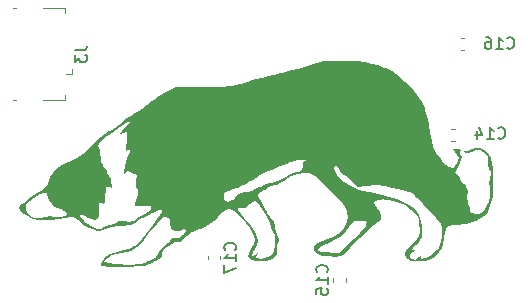
<source format=gbr>
%TF.GenerationSoftware,KiCad,Pcbnew,6.0.7-f9a2dced07~116~ubuntu22.04.1*%
%TF.CreationDate,2022-08-22T18:57:46+02:00*%
%TF.ProjectId,First,46697273-742e-46b6-9963-61645f706362,rev?*%
%TF.SameCoordinates,Original*%
%TF.FileFunction,Legend,Bot*%
%TF.FilePolarity,Positive*%
%FSLAX46Y46*%
G04 Gerber Fmt 4.6, Leading zero omitted, Abs format (unit mm)*
G04 Created by KiCad (PCBNEW 6.0.7-f9a2dced07~116~ubuntu22.04.1) date 2022-08-22 18:57:46*
%MOMM*%
%LPD*%
G01*
G04 APERTURE LIST*
%ADD10C,0.150000*%
%ADD11C,0.120000*%
G04 APERTURE END LIST*
D10*
%TO.C,C17*%
X113757142Y-71057142D02*
X113804761Y-71009523D01*
X113852380Y-70866666D01*
X113852380Y-70771428D01*
X113804761Y-70628571D01*
X113709523Y-70533333D01*
X113614285Y-70485714D01*
X113423809Y-70438095D01*
X113280952Y-70438095D01*
X113090476Y-70485714D01*
X112995238Y-70533333D01*
X112900000Y-70628571D01*
X112852380Y-70771428D01*
X112852380Y-70866666D01*
X112900000Y-71009523D01*
X112947619Y-71057142D01*
X113852380Y-72009523D02*
X113852380Y-71438095D01*
X113852380Y-71723809D02*
X112852380Y-71723809D01*
X112995238Y-71628571D01*
X113090476Y-71533333D01*
X113138095Y-71438095D01*
X112852380Y-72342857D02*
X112852380Y-73009523D01*
X113852380Y-72580952D01*
%TO.C,C15*%
X121527142Y-72957142D02*
X121574761Y-72909523D01*
X121622380Y-72766666D01*
X121622380Y-72671428D01*
X121574761Y-72528571D01*
X121479523Y-72433333D01*
X121384285Y-72385714D01*
X121193809Y-72338095D01*
X121050952Y-72338095D01*
X120860476Y-72385714D01*
X120765238Y-72433333D01*
X120670000Y-72528571D01*
X120622380Y-72671428D01*
X120622380Y-72766666D01*
X120670000Y-72909523D01*
X120717619Y-72957142D01*
X121622380Y-73909523D02*
X121622380Y-73338095D01*
X121622380Y-73623809D02*
X120622380Y-73623809D01*
X120765238Y-73528571D01*
X120860476Y-73433333D01*
X120908095Y-73338095D01*
X120622380Y-74814285D02*
X120622380Y-74338095D01*
X121098571Y-74290476D01*
X121050952Y-74338095D01*
X121003333Y-74433333D01*
X121003333Y-74671428D01*
X121050952Y-74766666D01*
X121098571Y-74814285D01*
X121193809Y-74861904D01*
X121431904Y-74861904D01*
X121527142Y-74814285D01*
X121574761Y-74766666D01*
X121622380Y-74671428D01*
X121622380Y-74433333D01*
X121574761Y-74338095D01*
X121527142Y-74290476D01*
%TO.C,J3*%
X100182880Y-54151766D02*
X100897166Y-54151766D01*
X101040023Y-54104147D01*
X101135261Y-54008909D01*
X101182880Y-53866052D01*
X101182880Y-53770814D01*
X100182880Y-54532719D02*
X100182880Y-55151766D01*
X100563833Y-54818433D01*
X100563833Y-54961290D01*
X100611452Y-55056528D01*
X100659071Y-55104147D01*
X100754309Y-55151766D01*
X100992404Y-55151766D01*
X101087642Y-55104147D01*
X101135261Y-55056528D01*
X101182880Y-54961290D01*
X101182880Y-54675576D01*
X101135261Y-54580338D01*
X101087642Y-54532719D01*
%TO.C,C14*%
X136024857Y-61571142D02*
X136072476Y-61618761D01*
X136215333Y-61666380D01*
X136310571Y-61666380D01*
X136453428Y-61618761D01*
X136548666Y-61523523D01*
X136596285Y-61428285D01*
X136643904Y-61237809D01*
X136643904Y-61094952D01*
X136596285Y-60904476D01*
X136548666Y-60809238D01*
X136453428Y-60714000D01*
X136310571Y-60666380D01*
X136215333Y-60666380D01*
X136072476Y-60714000D01*
X136024857Y-60761619D01*
X135072476Y-61666380D02*
X135643904Y-61666380D01*
X135358190Y-61666380D02*
X135358190Y-60666380D01*
X135453428Y-60809238D01*
X135548666Y-60904476D01*
X135643904Y-60952095D01*
X134215333Y-60999714D02*
X134215333Y-61666380D01*
X134453428Y-60618761D02*
X134691523Y-61333047D01*
X134072476Y-61333047D01*
%TO.C,C16*%
X136786857Y-53951142D02*
X136834476Y-53998761D01*
X136977333Y-54046380D01*
X137072571Y-54046380D01*
X137215428Y-53998761D01*
X137310666Y-53903523D01*
X137358285Y-53808285D01*
X137405904Y-53617809D01*
X137405904Y-53474952D01*
X137358285Y-53284476D01*
X137310666Y-53189238D01*
X137215428Y-53094000D01*
X137072571Y-53046380D01*
X136977333Y-53046380D01*
X136834476Y-53094000D01*
X136786857Y-53141619D01*
X135834476Y-54046380D02*
X136405904Y-54046380D01*
X136120190Y-54046380D02*
X136120190Y-53046380D01*
X136215428Y-53189238D01*
X136310666Y-53284476D01*
X136405904Y-53332095D01*
X134977333Y-53046380D02*
X135167809Y-53046380D01*
X135263047Y-53094000D01*
X135310666Y-53141619D01*
X135405904Y-53284476D01*
X135453523Y-53474952D01*
X135453523Y-53855904D01*
X135405904Y-53951142D01*
X135358285Y-53998761D01*
X135263047Y-54046380D01*
X135072571Y-54046380D01*
X134977333Y-53998761D01*
X134929714Y-53951142D01*
X134882095Y-53855904D01*
X134882095Y-53617809D01*
X134929714Y-53522571D01*
X134977333Y-53474952D01*
X135072571Y-53427333D01*
X135263047Y-53427333D01*
X135358285Y-53474952D01*
X135405904Y-53522571D01*
X135453523Y-53617809D01*
%TO.C,G\u002A\u002A\u002A*%
G36*
X131530953Y-69629226D02*
G01*
X131477550Y-69980992D01*
X131468318Y-70054810D01*
X131380086Y-70553367D01*
X131251010Y-70932039D01*
X131061758Y-71233761D01*
X130793001Y-71501471D01*
X130528419Y-71705604D01*
X130164878Y-71902887D01*
X129770380Y-72000579D01*
X129280371Y-72020842D01*
X129057174Y-72011982D01*
X128648857Y-71956118D01*
X128379034Y-71842864D01*
X128230072Y-71662305D01*
X128184336Y-71404525D01*
X128187844Y-71318872D01*
X128223450Y-71168860D01*
X128316468Y-71010665D01*
X128490037Y-70809615D01*
X128767296Y-70531040D01*
X128857041Y-70442549D01*
X129151804Y-70124742D01*
X129333462Y-69851338D01*
X129418763Y-69574572D01*
X129424455Y-69246675D01*
X129367288Y-68819883D01*
X129357611Y-68763202D01*
X129292860Y-68451418D01*
X129206519Y-68227620D01*
X129064040Y-68024489D01*
X128830872Y-67774708D01*
X128687430Y-67636959D01*
X128346133Y-67376734D01*
X127947814Y-67170394D01*
X127455040Y-67000638D01*
X126830378Y-66850165D01*
X126525355Y-66792058D01*
X126284481Y-66769253D01*
X126083434Y-66790769D01*
X125857066Y-66857068D01*
X125732114Y-66902730D01*
X125547912Y-66985597D01*
X125475824Y-67042792D01*
X125503046Y-67099614D01*
X125611462Y-67259017D01*
X125774175Y-67472631D01*
X126023663Y-67842378D01*
X126130287Y-68165683D01*
X126079648Y-68445820D01*
X125868468Y-68699988D01*
X125831937Y-68723894D01*
X125493468Y-68945390D01*
X125146104Y-69180603D01*
X124733827Y-69632697D01*
X124568266Y-69841912D01*
X124331703Y-70083972D01*
X124123530Y-70240974D01*
X123927430Y-70386556D01*
X123685343Y-70623251D01*
X123453781Y-70897162D01*
X123448412Y-70904235D01*
X123172634Y-71231267D01*
X122907021Y-71447003D01*
X122607846Y-71569487D01*
X122231377Y-71616766D01*
X121733884Y-71606883D01*
X121692261Y-71604396D01*
X121145531Y-71539413D01*
X120753914Y-71421408D01*
X120511165Y-71247586D01*
X120418645Y-71032809D01*
X120754562Y-71032809D01*
X120822405Y-71146940D01*
X121048873Y-71224434D01*
X121435867Y-71259673D01*
X121679401Y-71270287D01*
X121974134Y-71294146D01*
X122173002Y-71323427D01*
X122267914Y-71337493D01*
X122587824Y-71275176D01*
X122923016Y-71053113D01*
X123264073Y-70676883D01*
X123452598Y-70446999D01*
X123660791Y-70231334D01*
X123820778Y-70105725D01*
X123895716Y-70056310D01*
X124108504Y-69866866D01*
X124360133Y-69598629D01*
X124612489Y-69293684D01*
X124827460Y-68994116D01*
X124886174Y-68885588D01*
X124894614Y-68723894D01*
X124754655Y-68624542D01*
X124459002Y-68579317D01*
X124141842Y-68566084D01*
X123897506Y-68584020D01*
X123727596Y-68660141D01*
X123581933Y-68818569D01*
X123410338Y-69083427D01*
X123154806Y-69452877D01*
X122771118Y-69853500D01*
X122305545Y-70169359D01*
X121714724Y-70435019D01*
X121483789Y-70526781D01*
X121087154Y-70717111D01*
X120843445Y-70887660D01*
X120754562Y-71032809D01*
X120418645Y-71032809D01*
X120411040Y-71015155D01*
X120408111Y-70920939D01*
X120469890Y-70735107D01*
X120641440Y-70568698D01*
X120941923Y-70406413D01*
X121390496Y-70232950D01*
X121398028Y-70230322D01*
X122071994Y-69936599D01*
X122603413Y-69579341D01*
X122986769Y-69164502D01*
X123216548Y-68698033D01*
X123287234Y-68185886D01*
X123273166Y-67981224D01*
X123215158Y-67717578D01*
X123099157Y-67452326D01*
X122910682Y-67164184D01*
X122635251Y-66831869D01*
X122258381Y-66434096D01*
X121765591Y-65949584D01*
X121392775Y-65593486D01*
X121050265Y-65271770D01*
X120761944Y-65006475D01*
X120550178Y-64818180D01*
X120437336Y-64727466D01*
X120329241Y-64669046D01*
X120018507Y-64581845D01*
X119617395Y-64572277D01*
X119094819Y-64638275D01*
X118769052Y-64702923D01*
X118492773Y-64791296D01*
X118252751Y-64925062D01*
X117978186Y-65135764D01*
X117860850Y-65230131D01*
X117590061Y-65416734D01*
X117341827Y-65522088D01*
X117048885Y-65578219D01*
X116859007Y-65607547D01*
X116677868Y-65652282D01*
X116621833Y-65692429D01*
X116585124Y-65747425D01*
X116433376Y-65858587D01*
X116200161Y-65995907D01*
X115992128Y-66118286D01*
X115792843Y-66260024D01*
X115698264Y-66360969D01*
X115715485Y-66454717D01*
X115800234Y-66664351D01*
X115935189Y-66948979D01*
X116100723Y-67271629D01*
X116277209Y-67595327D01*
X116445020Y-67883099D01*
X116584527Y-68097973D01*
X116676104Y-68202976D01*
X116749404Y-68264875D01*
X116895783Y-68457639D01*
X117029374Y-68700406D01*
X117119030Y-68932553D01*
X117133604Y-69093455D01*
X117128127Y-69188293D01*
X117184021Y-69430075D01*
X117308975Y-69739856D01*
X117398740Y-69936382D01*
X117443670Y-70061986D01*
X117471974Y-70141112D01*
X117477772Y-70277994D01*
X117424681Y-70395462D01*
X117397150Y-70451281D01*
X117343737Y-70693375D01*
X117334146Y-71004421D01*
X117336306Y-71063977D01*
X117297800Y-71426118D01*
X117151021Y-71685025D01*
X116877309Y-71861390D01*
X116458002Y-71975904D01*
X116432632Y-71980421D01*
X115939080Y-72030392D01*
X115515259Y-72002978D01*
X115184119Y-71904816D01*
X114968606Y-71742544D01*
X114891669Y-71522801D01*
X114891707Y-71520094D01*
X114933806Y-71363618D01*
X115040030Y-71115892D01*
X115188002Y-70829287D01*
X115196358Y-70814299D01*
X115341636Y-70536980D01*
X115444627Y-70309754D01*
X115483509Y-70180530D01*
X115478560Y-70118596D01*
X115396557Y-69856015D01*
X115228921Y-69535996D01*
X114995351Y-69180740D01*
X114715548Y-68812449D01*
X114409212Y-68453325D01*
X114096044Y-68125568D01*
X113795745Y-67851380D01*
X113528013Y-67652963D01*
X113339604Y-67565129D01*
X113981257Y-67565129D01*
X113983497Y-67644883D01*
X114064185Y-67783244D01*
X114236681Y-68000988D01*
X114514342Y-68318895D01*
X114659140Y-68483409D01*
X115111060Y-69041443D01*
X115428803Y-69523936D01*
X115617563Y-69945537D01*
X115682535Y-70320896D01*
X115628912Y-70664663D01*
X115461888Y-70991487D01*
X115393434Y-71098539D01*
X115276556Y-71327495D01*
X115230336Y-71493079D01*
X115239144Y-71596125D01*
X115291580Y-71592106D01*
X115426293Y-71473425D01*
X115574775Y-71350818D01*
X115684410Y-71294388D01*
X115707036Y-71327624D01*
X115616164Y-71453331D01*
X115531880Y-71584719D01*
X115523372Y-71707331D01*
X115531035Y-71717482D01*
X115672928Y-71775033D01*
X115916923Y-71786771D01*
X116209131Y-71754264D01*
X116495664Y-71679077D01*
X116542878Y-71660905D01*
X116864261Y-71449195D01*
X117065927Y-71122978D01*
X117152270Y-70675538D01*
X117168998Y-70352945D01*
X117172231Y-70061986D01*
X117150174Y-69864069D01*
X117097270Y-69716919D01*
X117007957Y-69578261D01*
X116890176Y-69347642D01*
X116839002Y-69100562D01*
X116830158Y-69036271D01*
X116743770Y-68799623D01*
X116577834Y-68466732D01*
X116347803Y-68065222D01*
X116069130Y-67622717D01*
X115757268Y-67166844D01*
X115709767Y-67101000D01*
X115590749Y-66968513D01*
X115474731Y-66946404D01*
X115291912Y-67011348D01*
X115287464Y-67013235D01*
X115031128Y-67159677D01*
X114808052Y-67339491D01*
X114796100Y-67349125D01*
X114736871Y-67405398D01*
X114549945Y-67521318D01*
X114357459Y-67518147D01*
X114190095Y-67500505D01*
X114011655Y-67536962D01*
X113981257Y-67565129D01*
X113339604Y-67565129D01*
X113312550Y-67552517D01*
X113169056Y-67572245D01*
X113150777Y-67586838D01*
X112992542Y-67688916D01*
X112775002Y-67809297D01*
X112746453Y-67824908D01*
X112513772Y-68010284D01*
X112347235Y-68233502D01*
X112258065Y-68368053D01*
X111997911Y-68607224D01*
X111585235Y-68880253D01*
X111472469Y-68946258D01*
X111185088Y-69104441D01*
X110959137Y-69214711D01*
X110835839Y-69256377D01*
X110795043Y-69261296D01*
X110602313Y-69323008D01*
X110547214Y-69346875D01*
X110346196Y-69433950D01*
X110082141Y-69566852D01*
X109865595Y-69694442D01*
X109752003Y-69789449D01*
X109703172Y-69847408D01*
X109543123Y-69997159D01*
X109327952Y-70174429D01*
X109260888Y-70225874D01*
X109060614Y-70359217D01*
X108921722Y-70397517D01*
X108795064Y-70357676D01*
X108670485Y-70315664D01*
X108546399Y-70361666D01*
X108376979Y-70522362D01*
X108321474Y-70578485D01*
X108141316Y-70723293D01*
X108005748Y-70781333D01*
X108000845Y-70781374D01*
X107801960Y-70861183D01*
X107662728Y-71066864D01*
X107610223Y-71358880D01*
X107608300Y-71457210D01*
X107582399Y-71590127D01*
X107500264Y-71695343D01*
X107329753Y-71806512D01*
X107038723Y-71957292D01*
X107020672Y-71966358D01*
X106710119Y-72122493D01*
X106435958Y-72260597D01*
X106255669Y-72351718D01*
X106123072Y-72390201D01*
X105864153Y-72422326D01*
X105473025Y-72445351D01*
X104937362Y-72459982D01*
X104244836Y-72466925D01*
X103927557Y-72468256D01*
X103373778Y-72468243D01*
X102964681Y-72459673D01*
X102683529Y-72436816D01*
X102513591Y-72393946D01*
X102438130Y-72325334D01*
X102440414Y-72225252D01*
X102501082Y-72093666D01*
X102684189Y-72093666D01*
X103263429Y-72189733D01*
X103543459Y-72229327D01*
X104037334Y-72274176D01*
X104550240Y-72295846D01*
X105044769Y-72294748D01*
X105483511Y-72271298D01*
X105829058Y-72225909D01*
X106044002Y-72158993D01*
X106109291Y-72124156D01*
X106382479Y-71998954D01*
X106677035Y-71885207D01*
X106789459Y-71844190D01*
X106965109Y-71754115D01*
X107098873Y-71622347D01*
X107224473Y-71409911D01*
X107375633Y-71077833D01*
X107532839Y-70861746D01*
X107807817Y-70672212D01*
X107858866Y-70645981D01*
X108100825Y-70469666D01*
X108272423Y-70267346D01*
X108370922Y-70118078D01*
X108499114Y-70047701D01*
X108711182Y-70063029D01*
X108812683Y-70076356D01*
X108975330Y-70062322D01*
X109129977Y-69971383D01*
X109334735Y-69776872D01*
X109437719Y-69666470D01*
X109585582Y-69462082D01*
X109589535Y-69346875D01*
X109449520Y-69320713D01*
X109165478Y-69383464D01*
X109063598Y-69411733D01*
X108712284Y-69454085D01*
X108471332Y-69370969D01*
X108332207Y-69156780D01*
X108286373Y-68805908D01*
X108286277Y-68793189D01*
X108252348Y-68521821D01*
X108136947Y-68368632D01*
X107909091Y-68291368D01*
X107830194Y-68281209D01*
X107681111Y-68303551D01*
X107521746Y-68407392D01*
X107304703Y-68618379D01*
X107106525Y-68837172D01*
X106832017Y-69164495D01*
X106583481Y-69483677D01*
X106415049Y-69710130D01*
X106056542Y-70175110D01*
X105753680Y-70527992D01*
X105479168Y-70789161D01*
X105205706Y-70979004D01*
X104905997Y-71117907D01*
X104552743Y-71226256D01*
X104118647Y-71324438D01*
X103690398Y-71418294D01*
X103378417Y-71504752D01*
X103162296Y-71595977D01*
X103005723Y-71707414D01*
X102872381Y-71854510D01*
X102684189Y-72093666D01*
X102501082Y-72093666D01*
X102503707Y-72087972D01*
X102611277Y-71907766D01*
X102639213Y-71863108D01*
X102779281Y-71680055D01*
X102953566Y-71535818D01*
X103195096Y-71412755D01*
X103536898Y-71293224D01*
X104012002Y-71159584D01*
X104374637Y-71063786D01*
X104716428Y-70967631D01*
X104988329Y-70872070D01*
X105215628Y-70758286D01*
X105423614Y-70607457D01*
X105637575Y-70400767D01*
X105882800Y-70119396D01*
X106184577Y-69744524D01*
X106568195Y-69257333D01*
X106812804Y-68944505D01*
X107174415Y-68466578D01*
X107424691Y-68105333D01*
X107563795Y-67853861D01*
X107591884Y-67705248D01*
X107509120Y-67652582D01*
X107315663Y-67688953D01*
X107011674Y-67807447D01*
X106597311Y-68001154D01*
X106477356Y-68060706D01*
X106092764Y-68263057D01*
X105732454Y-68467376D01*
X105461236Y-68637369D01*
X105289323Y-68752891D01*
X105102995Y-68860812D01*
X104918545Y-68931825D01*
X104693220Y-68977205D01*
X104384267Y-69008226D01*
X103948932Y-69036161D01*
X103817320Y-69045148D01*
X103241579Y-69124283D01*
X102805932Y-69261964D01*
X102703711Y-69306426D01*
X102338903Y-69419504D01*
X102030773Y-69418738D01*
X101726002Y-69306318D01*
X101717198Y-69301760D01*
X101504848Y-69211008D01*
X101344543Y-69173188D01*
X101268731Y-69148168D01*
X101089200Y-69032701D01*
X100877502Y-68855166D01*
X100756268Y-68748157D01*
X100475728Y-68531566D01*
X100223753Y-68371301D01*
X100049799Y-68285468D01*
X99898986Y-68248216D01*
X99726459Y-68270502D01*
X99463127Y-68350431D01*
X99328862Y-68388591D01*
X98831978Y-68469596D01*
X98212336Y-68499221D01*
X98053103Y-68499981D01*
X97653654Y-68502716D01*
X97299857Y-68506199D01*
X97053552Y-68509862D01*
X96752510Y-68477405D01*
X96450396Y-68358104D01*
X96222457Y-68211413D01*
X95903444Y-67999008D01*
X95694495Y-67843659D01*
X95573108Y-67725484D01*
X95516778Y-67624603D01*
X95516253Y-67620661D01*
X96058587Y-67620661D01*
X96115769Y-67849388D01*
X96280260Y-68061256D01*
X96310993Y-68091093D01*
X96546547Y-68260514D01*
X96783212Y-68357675D01*
X97002945Y-68392790D01*
X97345179Y-68388321D01*
X97705293Y-68289129D01*
X97746481Y-68274909D01*
X98076349Y-68220430D01*
X98503706Y-68247528D01*
X98708302Y-68269979D01*
X99030208Y-68266427D01*
X99293372Y-68194970D01*
X99327190Y-68180527D01*
X99363547Y-68160736D01*
X100592322Y-68160736D01*
X100688838Y-68250814D01*
X100828342Y-68378886D01*
X100963076Y-68578207D01*
X101106317Y-68766146D01*
X101280574Y-68882287D01*
X101317539Y-68895494D01*
X101530516Y-68998772D01*
X101766823Y-69142287D01*
X101885058Y-69221080D01*
X102043253Y-69303834D01*
X102187792Y-69316090D01*
X102374033Y-69256757D01*
X102657336Y-69124744D01*
X102831441Y-69045047D01*
X103057317Y-68955176D01*
X103191148Y-68919756D01*
X103246619Y-68910251D01*
X103437162Y-68847465D01*
X103681653Y-68745544D01*
X103953840Y-68643346D01*
X104219919Y-68607535D01*
X104561786Y-68629002D01*
X104820136Y-68652889D01*
X105023337Y-68642186D01*
X105188080Y-68574362D01*
X105383614Y-68432893D01*
X105476370Y-68364445D01*
X105790805Y-68166623D01*
X106107846Y-68003710D01*
X106373677Y-67849726D01*
X106598507Y-67608035D01*
X106679002Y-67339491D01*
X106674386Y-67334371D01*
X106562586Y-67317315D01*
X106331846Y-67309088D01*
X106022836Y-67311429D01*
X105955382Y-67313029D01*
X105645793Y-67318910D01*
X105413467Y-67320977D01*
X105304405Y-67318760D01*
X105293700Y-67278086D01*
X105328147Y-67119443D01*
X105410238Y-66883532D01*
X105484796Y-66666932D01*
X105541892Y-66412935D01*
X112806541Y-66412935D01*
X112807411Y-66541941D01*
X112812591Y-66703336D01*
X112861241Y-66853975D01*
X112979786Y-66921704D01*
X113080438Y-66947811D01*
X113192021Y-66957863D01*
X113312899Y-66918951D01*
X113513913Y-66817215D01*
X113550303Y-66797361D01*
X113719345Y-66675344D01*
X113789080Y-66571118D01*
X113814642Y-66490965D01*
X113976206Y-66351993D01*
X114260600Y-66236956D01*
X114637669Y-66160449D01*
X114799551Y-66132172D01*
X115153931Y-66031220D01*
X115449441Y-65901387D01*
X115554792Y-65843705D01*
X115777737Y-65741716D01*
X115925907Y-65701333D01*
X116006603Y-65684094D01*
X116158225Y-65578482D01*
X116204082Y-65540813D01*
X116397088Y-65457169D01*
X116655426Y-65397106D01*
X116919700Y-65349782D01*
X117539280Y-65154008D01*
X118036568Y-64854498D01*
X118166297Y-64765399D01*
X118510099Y-64596529D01*
X118904401Y-64466563D01*
X119072277Y-64422758D01*
X119319398Y-64334782D01*
X119447008Y-64219704D01*
X119455880Y-64179031D01*
X122126254Y-64179031D01*
X122190036Y-64405448D01*
X122370655Y-64717272D01*
X122533916Y-64929191D01*
X122978964Y-65327249D01*
X123555036Y-65668579D01*
X124239403Y-65940991D01*
X125009336Y-66132298D01*
X125225744Y-66174769D01*
X125498886Y-66236061D01*
X125833349Y-66318936D01*
X126254428Y-66429902D01*
X126787418Y-66575465D01*
X127457616Y-66762135D01*
X127484404Y-66770012D01*
X127775384Y-66881968D01*
X128128599Y-67050586D01*
X128473616Y-67242559D01*
X128772676Y-67434013D01*
X128998799Y-67616632D01*
X129161530Y-67814547D01*
X129307599Y-68074368D01*
X129333376Y-68127754D01*
X129497169Y-68587816D01*
X129591942Y-69087164D01*
X129610110Y-69565268D01*
X129544086Y-69961596D01*
X129488536Y-70084714D01*
X129306747Y-70348768D01*
X129067428Y-70599511D01*
X128995026Y-70663681D01*
X128791854Y-70856026D01*
X128711095Y-70968907D01*
X128744254Y-71022444D01*
X128882836Y-71036759D01*
X128903034Y-71037012D01*
X128994964Y-71050538D01*
X128963836Y-71101641D01*
X128798169Y-71214407D01*
X128664589Y-71316778D01*
X128538498Y-71503970D01*
X128562881Y-71673065D01*
X128740181Y-71799428D01*
X128899247Y-71858328D01*
X129001850Y-71865207D01*
X129110639Y-71802596D01*
X129289550Y-71653514D01*
X129393257Y-71566795D01*
X129505575Y-71483886D01*
X129531198Y-71504184D01*
X129498034Y-71623700D01*
X129496062Y-71629931D01*
X129469323Y-71757570D01*
X129529493Y-71794527D01*
X129715423Y-71766282D01*
X129914393Y-71698667D01*
X130227549Y-71534950D01*
X130555380Y-71319712D01*
X130840666Y-71091290D01*
X131026191Y-70888023D01*
X131049600Y-70844116D01*
X131123899Y-70622158D01*
X131196420Y-70303134D01*
X131254311Y-69940433D01*
X131291693Y-69607860D01*
X131307052Y-69310723D01*
X131287512Y-69093933D01*
X131232052Y-68910151D01*
X131196710Y-68844277D01*
X131046156Y-68637009D01*
X130810170Y-68354687D01*
X130513119Y-68025813D01*
X130179372Y-67678891D01*
X130016340Y-67514129D01*
X129683418Y-67174286D01*
X129389053Y-66869467D01*
X129160351Y-66627862D01*
X129024419Y-66477664D01*
X128994216Y-66444018D01*
X128777469Y-66268250D01*
X128558752Y-66170897D01*
X128433845Y-66144713D01*
X128220487Y-66094400D01*
X127938105Y-66021625D01*
X127555467Y-65918261D01*
X127041336Y-65776185D01*
X126495756Y-65659574D01*
X125677825Y-65596776D01*
X124755336Y-65644644D01*
X124162669Y-65706575D01*
X123693693Y-65259454D01*
X123676303Y-65242944D01*
X123412622Y-65006769D01*
X123165282Y-64807633D01*
X122985733Y-64687130D01*
X122801165Y-64551776D01*
X122681259Y-64390796D01*
X122592452Y-64237043D01*
X122431550Y-64053699D01*
X122348042Y-63983099D01*
X122244569Y-63940188D01*
X122169766Y-64011366D01*
X122126254Y-64179031D01*
X119455880Y-64179031D01*
X119486811Y-64037231D01*
X119470509Y-63747070D01*
X119509275Y-63635382D01*
X119651259Y-63512761D01*
X119724060Y-63468047D01*
X119713739Y-63438319D01*
X119575806Y-63431952D01*
X119289765Y-63445109D01*
X119012999Y-63471036D01*
X118738699Y-63517385D01*
X118570098Y-63570917D01*
X118568681Y-63571711D01*
X118425144Y-63638217D01*
X118161026Y-63748772D01*
X117813501Y-63888176D01*
X117419739Y-64041232D01*
X117019888Y-64196163D01*
X116560841Y-64383440D01*
X116184588Y-64554064D01*
X115845833Y-64730471D01*
X115499281Y-64935093D01*
X115099637Y-65190365D01*
X115024401Y-65238587D01*
X114654752Y-65456283D01*
X114282477Y-65650114D01*
X113977884Y-65782939D01*
X113845649Y-65830927D01*
X113430354Y-65981448D01*
X113143312Y-66090193D01*
X112960968Y-66172438D01*
X112859762Y-66243460D01*
X112816139Y-66318533D01*
X112806541Y-66412935D01*
X105541892Y-66412935D01*
X105559133Y-66336238D01*
X105577973Y-66054867D01*
X105540175Y-65859296D01*
X105444597Y-65786000D01*
X105391654Y-65775914D01*
X105348730Y-65707687D01*
X105342671Y-65543891D01*
X105368397Y-65248703D01*
X105425937Y-64711407D01*
X105069736Y-64535173D01*
X104986798Y-64496592D01*
X104722670Y-64413445D01*
X104543600Y-64422773D01*
X104477669Y-64525058D01*
X104474972Y-64543788D01*
X104391389Y-64600666D01*
X104356128Y-64566034D01*
X104357073Y-64387484D01*
X104421328Y-64061935D01*
X104547711Y-63594927D01*
X104735039Y-62992000D01*
X104737732Y-62983701D01*
X104826524Y-62685038D01*
X104849192Y-62526844D01*
X104804032Y-62493320D01*
X104689336Y-62568666D01*
X104607174Y-62625552D01*
X104525265Y-62644231D01*
X104521095Y-62629173D01*
X104523802Y-62488155D01*
X104546177Y-62234924D01*
X104584862Y-61910783D01*
X104622075Y-61578145D01*
X104628811Y-61276829D01*
X104583129Y-61111652D01*
X104479584Y-61066930D01*
X104312732Y-61126980D01*
X104213372Y-61175714D01*
X104074531Y-61209997D01*
X104057202Y-61146129D01*
X104159259Y-60995630D01*
X104378578Y-60770019D01*
X104638290Y-60522175D01*
X104811112Y-60339569D01*
X104870601Y-60240226D01*
X104824774Y-60209989D01*
X104681646Y-60234697D01*
X104499813Y-60295052D01*
X104393851Y-60359234D01*
X104384463Y-60369930D01*
X104263775Y-60468517D01*
X104029723Y-60640404D01*
X103705063Y-60869480D01*
X103312550Y-61139630D01*
X102874940Y-61434744D01*
X102653317Y-61599201D01*
X102394320Y-61847411D01*
X102224740Y-62083508D01*
X102162218Y-62280958D01*
X102224396Y-62413225D01*
X102245791Y-62439505D01*
X102298909Y-62598942D01*
X102333549Y-62836558D01*
X102337309Y-62884108D01*
X102381651Y-63296642D01*
X102446655Y-63598277D01*
X102548067Y-63842286D01*
X102701630Y-64081937D01*
X102788353Y-64207785D01*
X102907098Y-64407796D01*
X102953669Y-64529766D01*
X102985978Y-64628627D01*
X103096188Y-64787148D01*
X103141925Y-64863362D01*
X103212698Y-65055977D01*
X103276690Y-65296874D01*
X103322496Y-65533727D01*
X103338710Y-65714210D01*
X103313924Y-65786000D01*
X103255173Y-65765477D01*
X103106669Y-65692591D01*
X103030708Y-65659277D01*
X102912546Y-65664858D01*
X102837518Y-65784295D01*
X102797816Y-66035696D01*
X102785632Y-66437169D01*
X102772801Y-66764341D01*
X102722263Y-67029459D01*
X102633354Y-67129827D01*
X102506025Y-67065556D01*
X102378209Y-66971127D01*
X102292188Y-67003698D01*
X102254651Y-67183575D01*
X102260881Y-67519490D01*
X102277549Y-67931820D01*
X102272600Y-68003418D01*
X102257749Y-68218260D01*
X102189720Y-68389924D01*
X102062694Y-68473414D01*
X101865905Y-68495333D01*
X101536445Y-68434849D01*
X101142465Y-68229786D01*
X101130177Y-68221667D01*
X100886384Y-68075604D01*
X100735039Y-68027444D01*
X100641116Y-68065726D01*
X100592322Y-68160736D01*
X99363547Y-68160736D01*
X99488780Y-68092566D01*
X99548326Y-68003418D01*
X99494622Y-67901182D01*
X99316459Y-67773955D01*
X99002630Y-67609834D01*
X98541928Y-67396917D01*
X98238950Y-67201927D01*
X97981259Y-66858168D01*
X97847564Y-66402015D01*
X97821556Y-66279315D01*
X97768384Y-66160492D01*
X97713272Y-66150675D01*
X97535742Y-66200069D01*
X97281209Y-66311383D01*
X96988689Y-66465109D01*
X96697201Y-66641739D01*
X96445764Y-66821766D01*
X96355520Y-66895829D01*
X96175181Y-67073898D01*
X96088667Y-67244155D01*
X96059228Y-67468046D01*
X96058587Y-67620661D01*
X95516253Y-67620661D01*
X95503002Y-67521135D01*
X95503003Y-67515642D01*
X95506483Y-67440640D01*
X95528423Y-67371120D01*
X95586179Y-67292681D01*
X95697105Y-67190919D01*
X95878559Y-67051434D01*
X96147895Y-66859823D01*
X96522469Y-66601686D01*
X97019637Y-66262619D01*
X97285957Y-66075803D01*
X97601825Y-65833471D01*
X97803049Y-65648776D01*
X97873669Y-65535309D01*
X97881386Y-65466372D01*
X97964661Y-65217019D01*
X98116639Y-64905831D01*
X98308881Y-64582310D01*
X98512950Y-64295954D01*
X98700408Y-64096263D01*
X98823339Y-64009200D01*
X99109230Y-63843082D01*
X99470700Y-63659383D01*
X99858092Y-63484349D01*
X99997773Y-63424936D01*
X100341277Y-63269046D01*
X100608509Y-63120907D01*
X100847130Y-62947363D01*
X101104802Y-62715260D01*
X101429186Y-62391442D01*
X101815369Y-62023391D01*
X102449358Y-61493511D01*
X103123002Y-61004442D01*
X103201502Y-60951613D01*
X103573266Y-60696947D01*
X103903968Y-60463541D01*
X104160146Y-60275339D01*
X104308336Y-60156283D01*
X104384759Y-60092149D01*
X104608612Y-59924416D01*
X104908008Y-59714366D01*
X105239669Y-59492829D01*
X105412952Y-59378582D01*
X105848243Y-59083467D01*
X106309268Y-58762340D01*
X106721336Y-58466917D01*
X106928888Y-58319591D01*
X107348309Y-58041446D01*
X107765371Y-57785643D01*
X108114610Y-57593233D01*
X108745884Y-57277000D01*
X110993277Y-57271984D01*
X111009112Y-57271948D01*
X111724390Y-57269116D01*
X112301684Y-57261458D01*
X112771729Y-57244853D01*
X113165261Y-57215180D01*
X113513017Y-57168318D01*
X113845733Y-57100145D01*
X114194145Y-57006540D01*
X114588990Y-56883381D01*
X115061002Y-56726548D01*
X115183072Y-56688152D01*
X115532296Y-56591688D01*
X115950982Y-56488212D01*
X116373336Y-56394379D01*
X116557269Y-56354879D01*
X117072404Y-56235148D01*
X117620072Y-56097960D01*
X118109002Y-55965847D01*
X118527545Y-55847348D01*
X119060006Y-55697494D01*
X119620820Y-55540368D01*
X120141002Y-55395340D01*
X121284002Y-55077699D01*
X122977336Y-55079015D01*
X123345308Y-55079905D01*
X123866932Y-55085313D01*
X124271825Y-55097950D01*
X124593299Y-55120519D01*
X124864667Y-55155724D01*
X125119242Y-55206268D01*
X125390336Y-55274855D01*
X125478428Y-55299108D01*
X125864042Y-55414017D01*
X126220288Y-55532338D01*
X126479683Y-55631951D01*
X126499326Y-55640676D01*
X127036224Y-55937402D01*
X127601947Y-56347253D01*
X128166156Y-56839353D01*
X128698517Y-57382822D01*
X129168691Y-57946782D01*
X129546341Y-58500357D01*
X129801132Y-59012666D01*
X129850710Y-59157888D01*
X129950701Y-59513060D01*
X130051945Y-59937228D01*
X130138728Y-60367333D01*
X130181107Y-60602041D01*
X130261400Y-61045514D01*
X130335473Y-61453241D01*
X130391445Y-61759766D01*
X130405563Y-61833032D01*
X130556299Y-62358915D01*
X130800047Y-62853186D01*
X131164186Y-63373000D01*
X131243967Y-63468047D01*
X131290554Y-63523549D01*
X131605256Y-63823435D01*
X131911843Y-64021286D01*
X132175962Y-64092666D01*
X132224663Y-64078601D01*
X132362661Y-63944476D01*
X132510305Y-63695204D01*
X132702714Y-63297741D01*
X132240820Y-62470449D01*
X132519744Y-62493624D01*
X132542895Y-62495607D01*
X132798952Y-62532486D01*
X132893333Y-62585569D01*
X132832788Y-62658410D01*
X132795246Y-62686680D01*
X132768955Y-62779813D01*
X132841658Y-62950891D01*
X132856204Y-62978833D01*
X132929771Y-63186288D01*
X132927962Y-63405518D01*
X132844172Y-63679282D01*
X132671796Y-64050333D01*
X132415573Y-64558333D01*
X132628288Y-64730847D01*
X132778391Y-64906093D01*
X132841003Y-65085893D01*
X132899482Y-65246756D01*
X133095003Y-65418468D01*
X133117102Y-65432074D01*
X133281598Y-65575920D01*
X133349002Y-65714591D01*
X133359757Y-65792271D01*
X133433669Y-65913000D01*
X133469891Y-65948706D01*
X133514163Y-66085214D01*
X133500905Y-66227973D01*
X133430753Y-66294000D01*
X133396957Y-66323952D01*
X133377710Y-66472111D01*
X133394190Y-66698371D01*
X133438822Y-66950994D01*
X133504028Y-67178244D01*
X133582232Y-67328382D01*
X133648077Y-67447075D01*
X133663887Y-67645798D01*
X133653164Y-67749610D01*
X133743954Y-67893027D01*
X133984002Y-67957706D01*
X134102862Y-67974087D01*
X134332971Y-68028802D01*
X134412085Y-68036992D01*
X134613496Y-67951985D01*
X134825582Y-67748091D01*
X135021334Y-67455062D01*
X135173745Y-67102649D01*
X135217755Y-66957649D01*
X135309345Y-66557936D01*
X135359707Y-66176661D01*
X135364130Y-65861020D01*
X135317903Y-65658211D01*
X135306079Y-65633845D01*
X135282324Y-65419692D01*
X135345521Y-65082691D01*
X135380348Y-64942592D01*
X135413576Y-64708786D01*
X135387650Y-64491047D01*
X135297943Y-64203890D01*
X135288880Y-64177649D01*
X135191635Y-63780470D01*
X135186023Y-63455902D01*
X135197135Y-63375630D01*
X135188625Y-63207471D01*
X135102295Y-63057569D01*
X134909812Y-62865347D01*
X134765193Y-62742458D01*
X134509558Y-62601409D01*
X134245624Y-62589271D01*
X133912395Y-62695666D01*
X133814569Y-62733285D01*
X133514710Y-62808454D01*
X133273921Y-62811201D01*
X133137935Y-62738969D01*
X133128943Y-62701293D01*
X133209397Y-62702544D01*
X133256435Y-62708766D01*
X133442415Y-62671084D01*
X133676088Y-62574575D01*
X134033382Y-62439932D01*
X134456089Y-62419392D01*
X134847236Y-62564941D01*
X134888436Y-62590727D01*
X135111863Y-62769485D01*
X135275166Y-62996875D01*
X135400691Y-63313083D01*
X135510782Y-63758297D01*
X135519272Y-63801659D01*
X135559572Y-64096436D01*
X135592416Y-64479041D01*
X135616883Y-64912820D01*
X135632050Y-65361117D01*
X135636999Y-65787275D01*
X135630807Y-66154639D01*
X135612555Y-66426554D01*
X135581320Y-66566362D01*
X135554123Y-66634456D01*
X135493134Y-66831201D01*
X135420053Y-67097279D01*
X135353420Y-67325047D01*
X135131990Y-67821722D01*
X134829034Y-68192108D01*
X134427157Y-68460077D01*
X134166190Y-68579581D01*
X133323423Y-68849616D01*
X132427658Y-68963668D01*
X132141741Y-68984244D01*
X131844736Y-69034913D01*
X131685856Y-69106194D01*
X131660810Y-69144558D01*
X131604022Y-69310723D01*
X131595674Y-69335151D01*
X131530953Y-69629226D01*
G37*
D11*
%TO.C,C17*%
X111490000Y-71559420D02*
X111490000Y-71840580D01*
X112510000Y-71559420D02*
X112510000Y-71840580D01*
%TO.C,C15*%
X122090000Y-73459420D02*
X122090000Y-73740580D01*
X123110000Y-73459420D02*
X123110000Y-73740580D01*
%TO.C,J3*%
X94980500Y-58385100D02*
X95230500Y-58385100D01*
X94980500Y-50585100D02*
X95230500Y-50585100D01*
X97530500Y-50585100D02*
X99380500Y-50585100D01*
X99930500Y-56185100D02*
X99930500Y-55735100D01*
X99380500Y-50585100D02*
X99380500Y-51035100D01*
X99930500Y-56185100D02*
X99480500Y-56185100D01*
X97530500Y-58385100D02*
X99380500Y-58385100D01*
X99380500Y-58385100D02*
X99380500Y-57935100D01*
%TO.C,C14*%
X132059420Y-60790000D02*
X132340580Y-60790000D01*
X132059420Y-61810000D02*
X132340580Y-61810000D01*
%TO.C,C16*%
X132859420Y-54110000D02*
X133140580Y-54110000D01*
X132859420Y-53090000D02*
X133140580Y-53090000D01*
%TD*%
M02*

</source>
